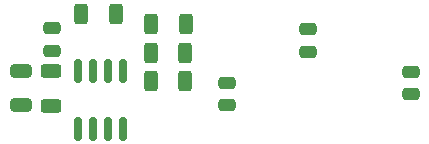
<source format=gbr>
%TF.GenerationSoftware,KiCad,Pcbnew,9.0.4*%
%TF.CreationDate,2025-11-18T22:26:02-03:00*%
%TF.ProjectId,MXRpedal,4d585270-6564-4616-9c2e-6b696361645f,rev?*%
%TF.SameCoordinates,Original*%
%TF.FileFunction,Paste,Top*%
%TF.FilePolarity,Positive*%
%FSLAX46Y46*%
G04 Gerber Fmt 4.6, Leading zero omitted, Abs format (unit mm)*
G04 Created by KiCad (PCBNEW 9.0.4) date 2025-11-18 22:26:02*
%MOMM*%
%LPD*%
G01*
G04 APERTURE LIST*
G04 Aperture macros list*
%AMRoundRect*
0 Rectangle with rounded corners*
0 $1 Rounding radius*
0 $2 $3 $4 $5 $6 $7 $8 $9 X,Y pos of 4 corners*
0 Add a 4 corners polygon primitive as box body*
4,1,4,$2,$3,$4,$5,$6,$7,$8,$9,$2,$3,0*
0 Add four circle primitives for the rounded corners*
1,1,$1+$1,$2,$3*
1,1,$1+$1,$4,$5*
1,1,$1+$1,$6,$7*
1,1,$1+$1,$8,$9*
0 Add four rect primitives between the rounded corners*
20,1,$1+$1,$2,$3,$4,$5,0*
20,1,$1+$1,$4,$5,$6,$7,0*
20,1,$1+$1,$6,$7,$8,$9,0*
20,1,$1+$1,$8,$9,$2,$3,0*%
G04 Aperture macros list end*
%ADD10RoundRect,0.250000X0.625000X-0.312500X0.625000X0.312500X-0.625000X0.312500X-0.625000X-0.312500X0*%
%ADD11RoundRect,0.250000X0.312500X0.625000X-0.312500X0.625000X-0.312500X-0.625000X0.312500X-0.625000X0*%
%ADD12RoundRect,0.250000X0.475000X-0.250000X0.475000X0.250000X-0.475000X0.250000X-0.475000X-0.250000X0*%
%ADD13RoundRect,0.250000X-0.650000X0.325000X-0.650000X-0.325000X0.650000X-0.325000X0.650000X0.325000X0*%
%ADD14RoundRect,0.150000X0.150000X-0.825000X0.150000X0.825000X-0.150000X0.825000X-0.150000X-0.825000X0*%
%ADD15RoundRect,0.250000X-0.475000X0.250000X-0.475000X-0.250000X0.475000X-0.250000X0.475000X0.250000X0*%
%ADD16RoundRect,0.250000X-0.312500X-0.625000X0.312500X-0.625000X0.312500X0.625000X-0.312500X0.625000X0*%
G04 APERTURE END LIST*
D10*
%TO.C,R3*%
X91500000Y-87225000D03*
X91500000Y-84300000D03*
%TD*%
D11*
%TO.C,R1*%
X102912500Y-82800000D03*
X99987500Y-82800000D03*
%TD*%
D12*
%TO.C,C2*%
X106450000Y-87200000D03*
X106450000Y-85300000D03*
%TD*%
%TO.C,C4*%
X91575000Y-82575000D03*
X91575000Y-80675000D03*
%TD*%
D13*
%TO.C,C3*%
X88975000Y-84250000D03*
X88975000Y-87200000D03*
%TD*%
D12*
%TO.C,C1*%
X113275000Y-82650000D03*
X113275000Y-80750000D03*
%TD*%
D11*
%TO.C,R4*%
X102912500Y-85150000D03*
X99987500Y-85150000D03*
%TD*%
D14*
%TO.C,U1*%
X93805000Y-89200000D03*
X95075000Y-89200000D03*
X96345000Y-89200000D03*
X97615000Y-89200000D03*
X97615000Y-84250000D03*
X96345000Y-84250000D03*
X95075000Y-84250000D03*
X93805000Y-84250000D03*
%TD*%
D15*
%TO.C,C5*%
X121975000Y-84360000D03*
X121975000Y-86260000D03*
%TD*%
D11*
%TO.C,R2*%
X102950000Y-80300000D03*
X100025000Y-80300000D03*
%TD*%
D16*
%TO.C,R5*%
X94087500Y-79425000D03*
X97012500Y-79425000D03*
%TD*%
M02*

</source>
